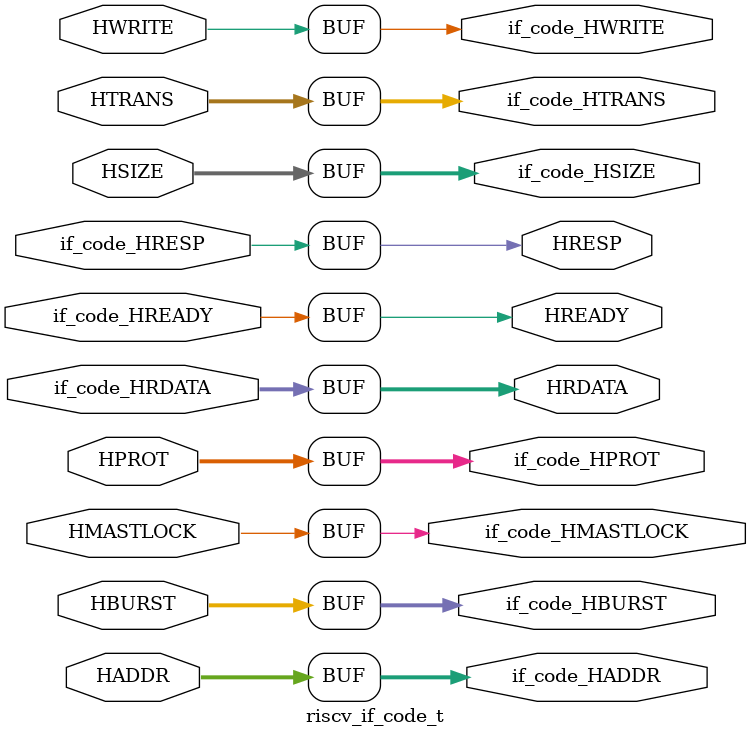
<source format=v>
/**
 *  Codasip s.r.o.
 * 
 *  CONFIDENTIAL
 * 
 *  Copyright 2024 Codasip s.r.o.
 * 
 *  All Rights Reserved.
 *  This file is part of the Codasip Studio product. No part of the Studio product, including this
 *  file, may be use, copied, modified, or distributed except in accordance with the terms contained
 *  in Codasip license agreement under which you obtained this file.
 * 
 *  \file
 *  \date    2024-03-30
 *  \author  Codasip (c) HW generator
 *  \version 9.4.2
 *  \brief   Contains module definition of the 'riscv_if_code_t' CodAL interface.
 */

module riscv_if_code_t(
    input  wire if_code_HREADY,
    input  wire if_code_HRESP,
    input  wire [31:0] if_code_HRDATA,
    input  wire [31:0] HADDR,
    input  wire [2:0] HBURST,
    input  wire HMASTLOCK,
    input  wire [3:0] HPROT,
    input  wire [2:0] HSIZE,
    input  wire [1:0] HTRANS,
    input  wire HWRITE,
    output wire [31:0] if_code_HADDR,
    output wire [2:0] if_code_HBURST,
    output wire if_code_HMASTLOCK,
    output wire [3:0] if_code_HPROT,
    output wire [2:0] if_code_HSIZE,
    output wire [1:0] if_code_HTRANS,
    output wire if_code_HWRITE,
    output wire HREADY,
    output wire HRESP,
    output wire [31:0] HRDATA
);
    // data-path code:
    assign if_code_HADDR = HADDR;
    assign if_code_HBURST = HBURST;
    assign if_code_HMASTLOCK = HMASTLOCK;
    assign if_code_HPROT = HPROT;
    assign if_code_HSIZE = HSIZE;
    assign if_code_HTRANS = HTRANS;
    assign if_code_HWRITE = HWRITE;
    assign HRESP = if_code_HRESP;
    assign HREADY = if_code_HREADY;
    assign HRDATA = if_code_HRDATA;
endmodule // riscv_if_code_t

</source>
